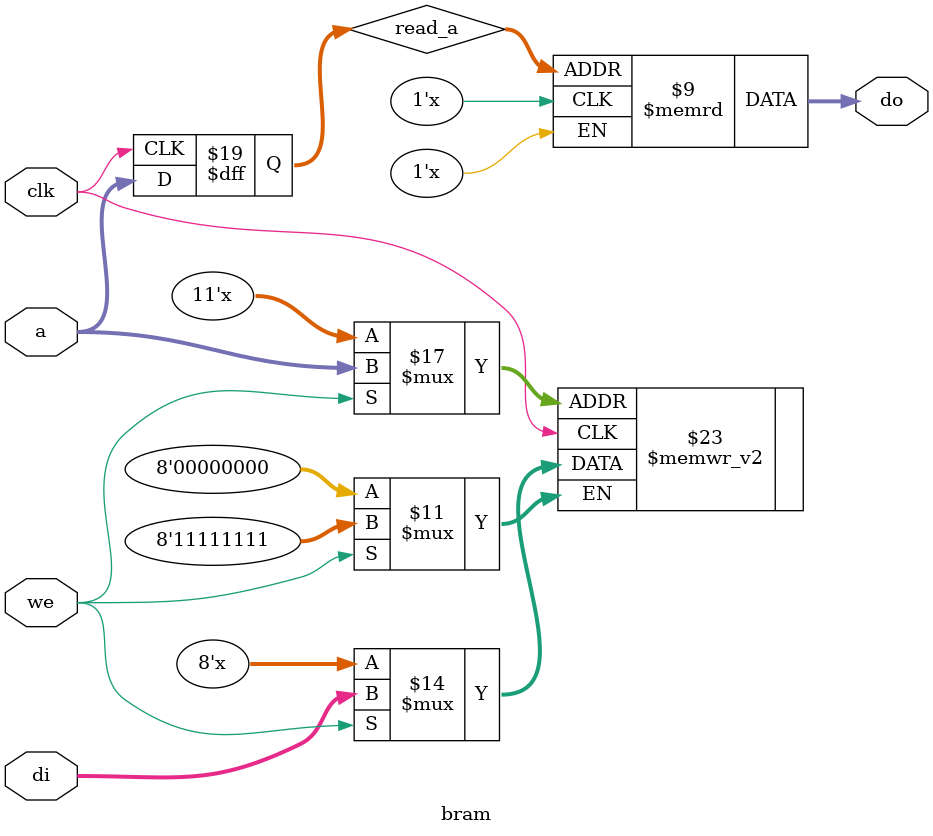
<source format=v>
module bram(clk, we, a, di, do);

input	clk;
input	we;
input	[10:0] a;
input	[7:0] di;
output	[7:0] do;
reg	[7:0] ram [63:0];
reg	[10:0] read_a;

always @(posedge clk) begin
	if (we)
		ram[a] <= di;
	read_a <= a;
end

assign do = ram[read_a];

endmodule

</source>
